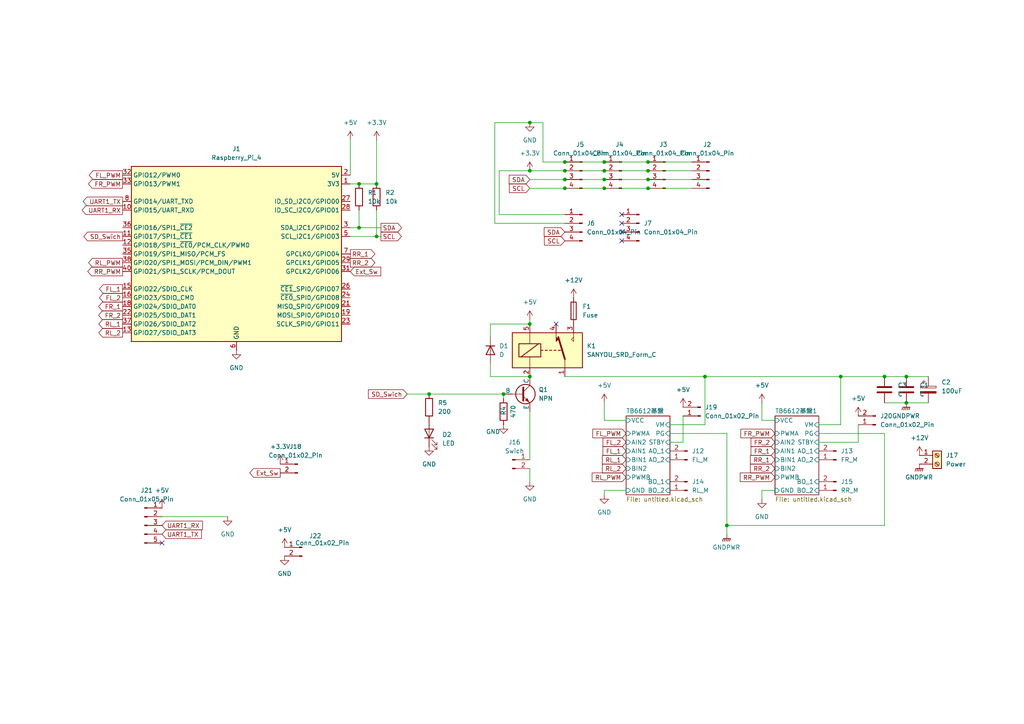
<source format=kicad_sch>
(kicad_sch (version 20250114) (generator "eeschema") (generator_version "9.0")
  (paper "A4")
  (lib_symbols
    (symbol "Connector:Conn_01x02_Pin" (pin_names (offset 1.016) (hide yes))
      (property "Reference" "J" (at 0 2.54 0))
      (property "Value" "Conn_01x02_Pin" (at 0 -5.08 0))
      (symbol "Conn_01x02_Pin_1_1"
        (rectangle (start 0.8636 0.127) (end 0 -0.127) (stroke (width 0.1524)) (fill (type outline)))
        (rectangle (start 0.8636 -2.413) (end 0 -2.667) (stroke (width 0.1524)) (fill (type outline)))
        (polyline (pts (xy 1.27 0) (xy 0.8636 0)) (stroke (width 0.1524)))
        (polyline (pts (xy 1.27 -2.54) (xy 0.8636 -2.54)) (stroke (width 0.1524)))
        (pin passive line (at 5.08 0 180) (length 3.81) (name "Pin_1") (number "1"))
        (pin passive line (at 5.08 -2.54 180) (length 3.81) (name "Pin_2") (number "2"))
      )
    )
    (symbol "Connector:Conn_01x04_Pin" (pin_names (offset 1.016) (hide yes))
      (property "Reference" "J" (at 0 5.08 0))
      (property "Value" "Conn_01x04_Pin" (at 0 -7.62 0))
      (symbol "Conn_01x04_Pin_1_1"
        (rectangle (start 0.8636 2.667) (end 0 2.413) (stroke (width 0.1524)) (fill (type outline)))
        (rectangle (start 0.8636 0.127) (end 0 -0.127) (stroke (width 0.1524)) (fill (type outline)))
        (rectangle (start 0.8636 -2.413) (end 0 -2.667) (stroke (width 0.1524)) (fill (type outline)))
        (rectangle (start 0.8636 -4.953) (end 0 -5.207) (stroke (width 0.1524)) (fill (type outline)))
        (polyline (pts (xy 1.27 2.54) (xy 0.8636 2.54)) (stroke (width 0.1524)))
        (polyline (pts (xy 1.27 0) (xy 0.8636 0)) (stroke (width 0.1524)))
        (polyline (pts (xy 1.27 -2.54) (xy 0.8636 -2.54)) (stroke (width 0.1524)))
        (polyline (pts (xy 1.27 -5.08) (xy 0.8636 -5.08)) (stroke (width 0.1524)))
        (pin passive line (at 5.08 2.54 180) (length 3.81) (name "Pin_1") (number "1"))
        (pin passive line (at 5.08 0 180) (length 3.81) (name "Pin_2") (number "2"))
        (pin passive line (at 5.08 -2.54 180) (length 3.81) (name "Pin_3") (number "3"))
        (pin passive line (at 5.08 -5.08 180) (length 3.81) (name "Pin_4") (number "4"))
      )
    )
    (symbol "Connector:Conn_01x05_Pin" (pin_names (offset 1.016) (hide yes))
      (property "Reference" "J" (at 0 7.62 0))
      (property "Value" "Conn_01x05_Pin" (at 0 -7.62 0))
      (symbol "Conn_01x05_Pin_1_1"
        (rectangle (start 0.8636 5.207) (end 0 4.953) (stroke (width 0.1524)) (fill (type outline)))
        (rectangle (start 0.8636 2.667) (end 0 2.413) (stroke (width 0.1524)) (fill (type outline)))
        (rectangle (start 0.8636 0.127) (end 0 -0.127) (stroke (width 0.1524)) (fill (type outline)))
        (rectangle (start 0.8636 -2.413) (end 0 -2.667) (stroke (width 0.1524)) (fill (type outline)))
        (rectangle (start 0.8636 -4.953) (end 0 -5.207) (stroke (width 0.1524)) (fill (type outline)))
        (polyline (pts (xy 1.27 5.08) (xy 0.8636 5.08)) (stroke (width 0.1524)))
        (polyline (pts (xy 1.27 2.54) (xy 0.8636 2.54)) (stroke (width 0.1524)))
        (polyline (pts (xy 1.27 0) (xy 0.8636 0)) (stroke (width 0.1524)))
        (polyline (pts (xy 1.27 -2.54) (xy 0.8636 -2.54)) (stroke (width 0.1524)))
        (polyline (pts (xy 1.27 -5.08) (xy 0.8636 -5.08)) (stroke (width 0.1524)))
        (pin passive line (at 5.08 5.08 180) (length 3.81) (name "Pin_1") (number "1"))
        (pin passive line (at 5.08 2.54 180) (length 3.81) (name "Pin_2") (number "2"))
        (pin passive line (at 5.08 0 180) (length 3.81) (name "Pin_3") (number "3"))
        (pin passive line (at 5.08 -2.54 180) (length 3.81) (name "Pin_4") (number "4"))
        (pin passive line (at 5.08 -5.08 180) (length 3.81) (name "Pin_5") (number "5"))
      )
    )
    (symbol "Connector:Raspberry_Pi_4"
      (property "Reference" "J" (at -17.526 48.768 0))
      (property "Value" "Raspberry_Pi_4" (at 15.748 -26.416 0))
      (symbol "Raspberry_Pi_4_0_1"
        (rectangle (start -30.48 25.4) (end 30.48 -25.4) (stroke (width 0.254)) (fill (type background)))
      )
      (symbol "Raspberry_Pi_4_1_1"
        (pin bidirectional line (at -33.02 22.86 0) (length 2.54) (name "GPIO12/PWM0") (number "32"))
        (pin bidirectional line (at -33.02 20.32 0) (length 2.54) (name "GPIO13/PWM1") (number "33"))
        (pin bidirectional line (at -33.02 15.24 0) (length 2.54) (name "GPIO14/UART_TXD") (number "8"))
        (pin bidirectional line (at -33.02 12.7 0) (length 2.54) (name "GPIO15/UART_RXD") (number "10"))
        (pin bidirectional line (at -33.02 7.62 0) (length 2.54) (name "GPIO16/SPI1_~{CE2}") (number "36"))
        (pin bidirectional line (at -33.02 5.08 0) (length 2.54) (name "GPIO17/SPI1_~{CE1}") (number "11"))
        (pin bidirectional line (at -33.02 2.54 0) (length 2.54) (name "GPIO18/SPI1_~{CE0}/PCM_CLK/PWM0") (number "12"))
        (pin bidirectional line (at -33.02 0 0) (length 2.54) (name "GPIO19/SPI1_MISO/PCM_FS") (number "35"))
        (pin bidirectional line (at -33.02 -2.54 0) (length 2.54) (name "GPIO20/SPI1_MOSI/PCM_DIN/PWM1") (number "38"))
        (pin bidirectional line (at -33.02 -5.08 0) (length 2.54) (name "GPIO21/SPI1_SCLK/PCM_DOUT") (number "40"))
        (pin bidirectional line (at -33.02 -10.16 0) (length 2.54) (name "GPIO22/SDIO_CLK") (number "15"))
        (pin bidirectional line (at -33.02 -12.7 0) (length 2.54) (name "GPIO23/SDIO_CMD") (number "16"))
        (pin bidirectional line (at -33.02 -15.24 0) (length 2.54) (name "GPIO24/SDIO_DAT0") (number "18"))
        (pin bidirectional line (at -33.02 -17.78 0) (length 2.54) (name "GPIO25/SDIO_DAT1") (number "22"))
        (pin bidirectional line (at -33.02 -20.32 0) (length 2.54) (name "GPIO26/SDIO_DAT2") (number "37"))
        (pin bidirectional line (at -33.02 -22.86 0) (length 2.54) (name "GPIO27/SDIO_DAT3") (number "13"))
        (pin passive line (at 0 -27.94 90) (length 2.54) (hide yes) (name "GND") (number "14"))
        (pin passive line (at 0 -27.94 90) (length 2.54) (hide yes) (name "GND") (number "20"))
        (pin passive line (at 0 -27.94 90) (length 2.54) (hide yes) (name "GND") (number "25"))
        (pin passive line (at 0 -27.94 90) (length 2.54) (hide yes) (name "GND") (number "30"))
        (pin passive line (at 0 -27.94 90) (length 2.54) (hide yes) (name "GND") (number "34"))
        (pin passive line (at 0 -27.94 90) (length 2.54) (hide yes) (name "GND") (number "39"))
        (pin power_out line (at 0 -27.94 90) (length 2.54) (name "GND") (number "6"))
        (pin passive line (at 0 -27.94 90) (length 2.54) (hide yes) (name "GND") (number "9"))
        (pin power_out line (at 33.02 22.86 180) (length 2.54) (name "5V") (number "2"))
        (pin passive line (at 33.02 22.86 180) (length 2.54) (hide yes) (name "5V") (number "4"))
        (pin power_out line (at 33.02 20.32 180) (length 2.54) (name "3V3") (number "1"))
        (pin passive line (at 33.02 20.32 180) (length 2.54) (hide yes) (name "3V3") (number "17"))
        (pin bidirectional line (at 33.02 15.24 180) (length 2.54) (name "ID_SD_I2C0/GPIO00") (number "27"))
        (pin bidirectional line (at 33.02 12.7 180) (length 2.54) (name "ID_SC_I2C0/GPIO01") (number "28"))
        (pin bidirectional line (at 33.02 7.62 180) (length 2.54) (name "SDA_I2C1/GPIO02") (number "3"))
        (pin bidirectional line (at 33.02 5.08 180) (length 2.54) (name "SCL_I2C1/GPIO03") (number "5"))
        (pin bidirectional line (at 33.02 0 180) (length 2.54) (name "GPCLK0/GPIO04") (number "7"))
        (pin bidirectional line (at 33.02 -2.54 180) (length 2.54) (name "GPCLK1/GPIO05") (number "29"))
        (pin bidirectional line (at 33.02 -5.08 180) (length 2.54) (name "GPCLK2/GPIO06") (number "31"))
        (pin bidirectional line (at 33.02 -10.16 180) (length 2.54) (name "~{CE1}_SPI0/GPIO07") (number "26"))
        (pin bidirectional line (at 33.02 -12.7 180) (length 2.54) (name "~{CE0}_SPI0/GPIO08") (number "24"))
        (pin bidirectional line (at 33.02 -15.24 180) (length 2.54) (name "MISO_SPI0/GPIO09") (number "21"))
        (pin bidirectional line (at 33.02 -17.78 180) (length 2.54) (name "MOSI_SPI0/GPIO10") (number "19"))
        (pin bidirectional line (at 33.02 -20.32 180) (length 2.54) (name "SCLK_SPI0/GPIO11") (number "23"))
      )
    )
    (symbol "Connector:Screw_Terminal_01x02" (pin_names (offset 1.016) (hide yes))
      (property "Reference" "J" (at 0 2.54 0))
      (property "Value" "Screw_Terminal_01x02" (at 0 -5.08 0))
      (symbol "Screw_Terminal_01x02_1_1"
        (rectangle (start -1.27 1.27) (end 1.27 -3.81) (stroke (width 0.254)) (fill (type background)))
        (polyline (pts (xy -0.5334 0.3302) (xy 0.3302 -0.508)) (stroke (width 0.1524)))
        (polyline (pts (xy -0.5334 -2.2098) (xy 0.3302 -3.048)) (stroke (width 0.1524)))
        (polyline (pts (xy -0.3556 0.508) (xy 0.508 -0.3302)) (stroke (width 0.1524)))
        (polyline (pts (xy -0.3556 -2.032) (xy 0.508 -2.8702)) (stroke (width 0.1524)))
        (circle (center 0 0) (radius 0.635) (stroke (width 0.1524)))
        (circle (center 0 -2.54) (radius 0.635) (stroke (width 0.1524)))
        (pin passive line (at -5.08 0 0) (length 3.81) (name "Pin_1") (number "1"))
        (pin passive line (at -5.08 -2.54 0) (length 3.81) (name "Pin_2") (number "2"))
      )
    )
    (symbol "Device:C" (pin_numbers (hide yes)) (pin_names (offset 0.254))
      (property "Reference" "C" (at 0.635 2.54 0))
      (property "Value" "C" (at 0.635 -2.54 0))
      (symbol "C_0_1"
        (polyline (pts (xy -2.032 0.762) (xy 2.032 0.762)) (stroke (width 0.508)))
        (polyline (pts (xy -2.032 -0.762) (xy 2.032 -0.762)) (stroke (width 0.508)))
      )
      (symbol "C_1_1"
        (pin passive line (at 0 3.81 270) (length 2.794) (name "~") (number "1"))
        (pin passive line (at 0 -3.81 90) (length 2.794) (name "~") (number "2"))
      )
    )
    (symbol "Device:C_Polarized" (pin_numbers (hide yes)) (pin_names (offset 0.254))
      (property "Reference" "C" (at 0.635 2.54 0))
      (property "Value" "C_Polarized" (at 0.635 -2.54 0))
      (symbol "C_Polarized_0_1"
        (rectangle (start -2.286 0.508) (end 2.286 1.016))
        (polyline (pts (xy -1.778 2.286) (xy -0.762 2.286)))
        (polyline (pts (xy -1.27 2.794) (xy -1.27 1.778)))
        (rectangle (start 2.286 -0.508) (end -2.286 -1.016) (fill (type outline)))
      )
      (symbol "C_Polarized_1_1"
        (pin passive line (at 0 3.81 270) (length 2.794) (name "~") (number "1"))
        (pin passive line (at 0 -3.81 90) (length 2.794) (name "~") (number "2"))
      )
    )
    (symbol "Device:D" (pin_numbers (hide yes)) (pin_names (offset 1.016) (hide yes))
      (property "Reference" "D" (at 0 2.54 0))
      (property "Value" "D" (at 0 -2.54 0))
      (symbol "D_0_1"
        (polyline (pts (xy -1.27 1.27) (xy -1.27 -1.27)) (stroke (width 0.254)))
        (polyline (pts (xy 1.27 1.27) (xy 1.27 -1.27) (xy -1.27 0) (xy 1.27 1.27)) (stroke (width 0.254)))
        (polyline (pts (xy 1.27 0) (xy -1.27 0)))
      )
      (symbol "D_1_1"
        (pin passive line (at -3.81 0 0) (length 2.54) (name "K") (number "1"))
        (pin passive line (at 3.81 0 180) (length 2.54) (name "A") (number "2"))
      )
    )
    (symbol "Device:Fuse" (pin_numbers (hide yes)) (pin_names (offset 0))
      (property "Reference" "F" (at 2.032 0 90))
      (property "Value" "Fuse" (at -1.905 0 90))
      (symbol "Fuse_0_1"
        (rectangle (start -0.762 -2.54) (end 0.762 2.54) (stroke (width 0.254)))
        (polyline (pts (xy 0 2.54) (xy 0 -2.54)))
      )
      (symbol "Fuse_1_1"
        (pin passive line (at 0 3.81 270) (length 1.27) (name "~") (number "1"))
        (pin passive line (at 0 -3.81 90) (length 1.27) (name "~") (number "2"))
      )
    )
    (symbol "Device:LED" (pin_numbers (hide yes)) (pin_names (offset 1.016) (hide yes))
      (property "Reference" "D" (at 0 2.54 0))
      (property "Value" "LED" (at 0 -2.54 0))
      (symbol "LED_0_1"
        (polyline (pts (xy -3.048 -0.762) (xy -4.572 -2.286) (xy -3.81 -2.286) (xy -4.572 -2.286) (xy -4.572 -1.524)))
        (polyline (pts (xy -1.778 -0.762) (xy -3.302 -2.286) (xy -2.54 -2.286) (xy -3.302 -2.286) (xy -3.302 -1.524)))
        (polyline (pts (xy -1.27 0) (xy 1.27 0)))
        (polyline (pts (xy -1.27 -1.27) (xy -1.27 1.27)) (stroke (width 0.254)))
        (polyline (pts (xy 1.27 -1.27) (xy 1.27 1.27) (xy -1.27 0) (xy 1.27 -1.27)) (stroke (width 0.254)))
      )
      (symbol "LED_1_1"
        (pin passive line (at -3.81 0 0) (length 2.54) (name "K") (number "1"))
        (pin passive line (at 3.81 0 180) (length 2.54) (name "A") (number "2"))
      )
    )
    (symbol "Device:R" (pin_numbers (hide yes)) (pin_names (offset 0))
      (property "Reference" "R" (at 2.032 0 90))
      (property "Value" "R" (at 0 0 90))
      (symbol "R_0_1"
        (rectangle (start -1.016 -2.54) (end 1.016 2.54) (stroke (width 0.254)))
      )
      (symbol "R_1_1"
        (pin passive line (at 0 3.81 270) (length 1.27) (name "~") (number "1"))
        (pin passive line (at 0 -3.81 90) (length 1.27) (name "~") (number "2"))
      )
    )
    (symbol "Relay:SANYOU_SRD_Form_C"
      (property "Reference" "K" (at 11.43 3.81 0))
      (property "Value" "SANYOU_SRD_Form_C" (at 11.43 1.27 0))
      (symbol "SANYOU_SRD_Form_C_0_0"
        (polyline (pts (xy 7.62 5.08) (xy 7.62 2.54) (xy 6.985 3.175) (xy 7.62 3.81)))
      )
      (symbol "SANYOU_SRD_Form_C_0_1"
        (rectangle (start -10.16 5.08) (end 10.16 -5.08) (stroke (width 0.254)) (fill (type background)))
        (rectangle (start -8.255 1.905) (end -1.905 -1.905) (stroke (width 0.254)))
        (polyline (pts (xy -7.62 -1.905) (xy -2.54 1.905)) (stroke (width 0.254)))
        (polyline (pts (xy -5.08 5.08) (xy -5.08 1.905)))
        (polyline (pts (xy -5.08 -5.08) (xy -5.08 -1.905)))
        (polyline (pts (xy -1.905 0) (xy -1.27 0)) (stroke (width 0.254)))
        (polyline (pts (xy -0.635 0) (xy 0 0)) (stroke (width 0.254)))
        (polyline (pts (xy 0.635 0) (xy 1.27 0)) (stroke (width 0.254)))
        (polyline (pts (xy 1.905 0) (xy 2.54 0)) (stroke (width 0.254)))
        (polyline (pts (xy 3.175 0) (xy 3.81 0)) (stroke (width 0.254)))
        (polyline (pts (xy 5.08 -2.54) (xy 3.175 3.81)) (stroke (width 0.508)))
        (polyline (pts (xy 5.08 -2.54) (xy 5.08 -5.08)))
      )
      (symbol "SANYOU_SRD_Form_C_1_1"
        (polyline (pts (xy 2.54 3.81) (xy 3.175 3.175) (xy 2.54 2.54) (xy 2.54 5.08)) (fill (type outline)))
        (pin passive line (at -5.08 7.62 270) (length 2.54) (name "~") (number "5"))
        (pin passive line (at -5.08 -7.62 90) (length 2.54) (name "~") (number "2"))
        (pin passive line (at 2.54 7.62 270) (length 2.54) (name "~") (number "4"))
        (pin passive line (at 5.08 -7.62 90) (length 2.54) (name "~") (number "1"))
        (pin passive line (at 7.62 7.62 270) (length 2.54) (name "~") (number "3"))
      )
    )
    (symbol "Simulation_SPICE:NPN" (pin_numbers (hide yes)) (pin_names (offset 0))
      (property "Reference" "Q" (at -2.54 7.62 0))
      (property "Value" "NPN" (at -2.54 5.08 0))
      (symbol "NPN_0_1"
        (polyline (pts (xy -2.54 0) (xy 0.635 0)) (stroke (width 0.1524)))
        (polyline (pts (xy 0.635 1.905) (xy 0.635 -1.905) (xy 0.635 -1.905)) (stroke (width 0.508)))
        (polyline (pts (xy 0.635 0.635) (xy 2.54 2.54)))
        (polyline (pts (xy 0.635 -0.635) (xy 2.54 -2.54) (xy 2.54 -2.54)))
        (circle (center 1.27 0) (radius 2.8194) (stroke (width 0.254)))
        (polyline (pts (xy 1.27 -1.778) (xy 1.778 -1.27) (xy 2.286 -2.286) (xy 1.27 -1.778) (xy 1.27 -1.778)) (fill (type outline)))
        (polyline (pts (xy 2.794 -1.27) (xy 2.794 -1.27)) (stroke (width 0.1524)))
        (polyline (pts (xy 2.794 -1.27) (xy 2.794 -1.27)) (stroke (width 0.1524)))
      )
      (symbol "NPN_1_1"
        (pin input line (at -5.08 0 0) (length 2.54) (name "B") (number "2"))
        (pin open_collector line (at 2.54 5.08 270) (length 2.54) (name "C") (number "1"))
        (pin open_emitter line (at 2.54 -5.08 90) (length 2.54) (name "E") (number "3"))
      )
    )
    (symbol "power:+12V" (power) (pin_numbers (hide yes)) (pin_names (offset 0) (hide yes))
      (property "Value" "+12V" (at 0 3.556 0))
      (symbol "+12V_0_1"
        (polyline (pts (xy -0.762 1.27) (xy 0 2.54)))
        (polyline (pts (xy 0 2.54) (xy 0.762 1.27)))
        (polyline (pts (xy 0 0) (xy 0 2.54)))
      )
      (symbol "+12V_1_1"
        (pin power_in line (at 0 0 90) (length 0) (name "~") (number "1"))
      )
    )
    (symbol "power:+3.3V" (power) (pin_numbers (hide yes)) (pin_names (offset 0) (hide yes))
      (property "Value" "+3.3V" (at 0 3.556 0))
      (symbol "+3.3V_0_1"
        (polyline (pts (xy -0.762 1.27) (xy 0 2.54)))
        (polyline (pts (xy 0 2.54) (xy 0.762 1.27)))
        (polyline (pts (xy 0 0) (xy 0 2.54)))
      )
      (symbol "+3.3V_1_1"
        (pin power_in line (at 0 0 90) (length 0) (name "~") (number "1"))
      )
    )
    (symbol "power:+5V" (power) (pin_numbers (hide yes)) (pin_names (offset 0) (hide yes))
      (property "Value" "+5V" (at 0 3.556 0))
      (symbol "+5V_0_1"
        (polyline (pts (xy -0.762 1.27) (xy 0 2.54)))
        (polyline (pts (xy 0 2.54) (xy 0.762 1.27)))
        (polyline (pts (xy 0 0) (xy 0 2.54)))
      )
      (symbol "+5V_1_1"
        (pin power_in line (at 0 0 90) (length 0) (name "~") (number "1"))
      )
    )
    (symbol "power:GND" (power) (pin_numbers (hide yes)) (pin_names (offset 0) (hide yes))
      (property "Value" "GND" (at 0 -3.81 0))
      (symbol "GND_0_1"
        (polyline (pts (xy 0 0) (xy 0 -1.27) (xy 1.27 -1.27) (xy 0 -2.54) (xy -1.27 -1.27) (xy 0 -1.27)))
      )
      (symbol "GND_1_1"
        (pin power_in line (at 0 0 270) (length 0) (name "~") (number "1"))
      )
    )
    (symbol "power:GNDPWR" (power) (pin_numbers (hide yes)) (pin_names (offset 0) (hide yes))
      (property "Value" "GNDPWR" (at 0 -3.302 0))
      (symbol "GNDPWR_0_1"
        (polyline (pts (xy -1.016 -1.27) (xy -1.27 -2.032) (xy -1.27 -2.032)) (stroke (width 0.2032)))
        (polyline (pts (xy -0.508 -1.27) (xy -0.762 -2.032) (xy -0.762 -2.032)) (stroke (width 0.2032)))
        (polyline (pts (xy 0 -1.27) (xy 0 0)))
        (polyline (pts (xy 0 -1.27) (xy -0.254 -2.032) (xy -0.254 -2.032)) (stroke (width 0.2032)))
        (polyline (pts (xy 0.508 -1.27) (xy 0.254 -2.032) (xy 0.254 -2.032)) (stroke (width 0.2032)))
        (polyline (pts (xy 1.016 -1.27) (xy -1.016 -1.27) (xy -1.016 -1.27)) (stroke (width 0.2032)))
        (polyline (pts (xy 1.016 -1.27) (xy 0.762 -2.032) (xy 0.762 -2.032) (xy 0.762 -2.032)) (stroke (width 0.2032)))
      )
      (symbol "GNDPWR_1_1"
        (pin power_in line (at 0 0 270) (length 0) (name "~") (number "1"))
      )
    )
  )
  (junction (at 153.67 93.98))
  (junction (at 187.96 52.07))
  (junction (at 163.83 52.07))
  (junction (at 163.83 46.99))
  (junction (at 163.83 49.53))
  (junction (at 163.83 54.61))
  (junction (at 109.22 53.34))
  (junction (at 204.47 109.22))
  (junction (at 124.46 114.3))
  (junction (at 256.54 109.22))
  (junction (at 175.26 46.99))
  (junction (at 146.05 114.3))
  (junction (at 187.96 54.61))
  (junction (at 243.84 109.22))
  (junction (at 175.26 54.61))
  (junction (at 109.22 68.58))
  (junction (at 104.14 53.34))
  (junction (at 153.67 109.22))
  (junction (at 187.96 49.53))
  (junction (at 262.89 116.84))
  (junction (at 175.26 49.53))
  (junction (at 175.26 52.07))
  (junction (at 153.67 49.53))
  (junction (at 187.96 46.99))
  (junction (at 153.67 35.56))
  (junction (at 262.89 109.22))
  (junction (at 210.82 152.4))
  (junction (at 104.14 66.04))
  (no_connect (at 180.34 69.85))
  (no_connect (at 46.99 157.48))
  (no_connect (at 180.34 67.31))
  (no_connect (at 180.34 62.23))
  (no_connect (at 161.29 93.98))
  (no_connect (at 180.34 64.77))
  (wire (pts (xy 224.79 142.24) (xy 220.98 142.24)))
  (wire (pts (xy 175.26 121.92) (xy 181.61 121.92)))
  (wire (pts (xy 143.51 35.56) (xy 143.51 64.77)))
  (wire (pts (xy 101.6 40.64) (xy 101.6 50.8)))
  (wire (pts (xy 46.99 149.86) (xy 66.04 149.86)))
  (wire (pts (xy 118.11 114.3) (xy 124.46 114.3)))
  (wire (pts (xy 210.82 152.4) (xy 210.82 154.94)))
  (wire (pts (xy 109.22 60.96) (xy 109.22 68.58)))
  (wire (pts (xy 256.54 152.4) (xy 210.82 152.4)))
  (wire (pts (xy 146.05 114.3) (xy 146.05 115.57)))
  (wire (pts (xy 248.92 123.19) (xy 248.92 128.27)))
  (wire (pts (xy 153.67 139.7) (xy 153.67 135.89)))
  (wire (pts (xy 198.12 120.65) (xy 198.12 128.27)))
  (wire (pts (xy 142.24 105.41) (xy 142.24 109.22)))
  (wire (pts (xy 110.49 68.58) (xy 109.22 68.58)))
  (wire (pts (xy 237.49 125.73) (xy 256.54 125.73)))
  (wire (pts (xy 194.31 123.19) (xy 204.47 123.19)))
  (wire (pts (xy 153.67 92.71) (xy 153.67 93.98)))
  (wire (pts (xy 220.98 121.92) (xy 224.79 121.92)))
  (wire (pts (xy 187.96 46.99) (xy 200.66 46.99)))
  (wire (pts (xy 243.84 109.22) (xy 204.47 109.22)))
  (wire (pts (xy 163.83 52.07) (xy 175.26 52.07)))
  (wire (pts (xy 163.83 62.23) (xy 144.78 62.23)))
  (wire (pts (xy 175.26 142.24) (xy 181.61 142.24)))
  (wire (pts (xy 187.96 52.07) (xy 200.66 52.07)))
  (wire (pts (xy 163.83 54.61) (xy 175.26 54.61)))
  (wire (pts (xy 262.89 109.22) (xy 269.24 109.22)))
  (wire (pts (xy 153.67 52.07) (xy 163.83 52.07)))
  (wire (pts (xy 248.92 128.27) (xy 237.49 128.27)))
  (wire (pts (xy 153.67 49.53) (xy 163.83 49.53)))
  (wire (pts (xy 157.48 46.99) (xy 163.83 46.99)))
  (wire (pts (xy 187.96 54.61) (xy 200.66 54.61)))
  (wire (pts (xy 144.78 49.53) (xy 153.67 49.53)))
  (wire (pts (xy 157.48 35.56) (xy 157.48 46.99)))
  (wire (pts (xy 104.14 53.34) (xy 101.6 53.34)))
  (wire (pts (xy 144.78 62.23) (xy 144.78 49.53)))
  (wire (pts (xy 142.24 97.79) (xy 142.24 93.98)))
  (wire (pts (xy 109.22 68.58) (xy 101.6 68.58)))
  (wire (pts (xy 163.83 46.99) (xy 175.26 46.99)))
  (wire (pts (xy 175.26 116.84) (xy 175.26 121.92)))
  (wire (pts (xy 194.31 125.73) (xy 210.82 125.73)))
  (wire (pts (xy 175.26 46.99) (xy 187.96 46.99)))
  (wire (pts (xy 220.98 116.84) (xy 220.98 121.92)))
  (wire (pts (xy 175.26 52.07) (xy 187.96 52.07)))
  (wire (pts (xy 163.83 49.53) (xy 175.26 49.53)))
  (wire (pts (xy 237.49 123.19) (xy 243.84 123.19)))
  (wire (pts (xy 243.84 109.22) (xy 256.54 109.22)))
  (wire (pts (xy 163.83 109.22) (xy 204.47 109.22)))
  (wire (pts (xy 256.54 116.84) (xy 262.89 116.84)))
  (wire (pts (xy 104.14 66.04) (xy 101.6 66.04)))
  (wire (pts (xy 256.54 109.22) (xy 262.89 109.22)))
  (wire (pts (xy 110.49 66.04) (xy 104.14 66.04)))
  (wire (pts (xy 124.46 114.3) (xy 146.05 114.3)))
  (wire (pts (xy 204.47 109.22) (xy 204.47 123.19)))
  (wire (pts (xy 194.31 128.27) (xy 198.12 128.27)))
  (wire (pts (xy 175.26 143.51) (xy 175.26 142.24)))
  (wire (pts (xy 104.14 60.96) (xy 104.14 66.04)))
  (wire (pts (xy 210.82 125.73) (xy 210.82 152.4)))
  (wire (pts (xy 187.96 49.53) (xy 200.66 49.53)))
  (wire (pts (xy 142.24 93.98) (xy 153.67 93.98)))
  (wire (pts (xy 153.67 35.56) (xy 157.48 35.56)))
  (wire (pts (xy 153.67 119.38) (xy 153.67 133.35)))
  (wire (pts (xy 109.22 40.64) (xy 109.22 53.34)))
  (wire (pts (xy 243.84 123.19) (xy 243.84 109.22)))
  (wire (pts (xy 220.98 142.24) (xy 220.98 144.78)))
  (wire (pts (xy 262.89 116.84) (xy 269.24 116.84)))
  (wire (pts (xy 175.26 54.61) (xy 187.96 54.61)))
  (wire (pts (xy 143.51 64.77) (xy 163.83 64.77)))
  (wire (pts (xy 142.24 109.22) (xy 153.67 109.22)))
  (wire (pts (xy 153.67 35.56) (xy 143.51 35.56)))
  (wire (pts (xy 153.67 54.61) (xy 163.83 54.61)))
  (wire (pts (xy 256.54 125.73) (xy 256.54 152.4)))
  (wire (pts (xy 175.26 49.53) (xy 187.96 49.53)))
  (wire (pts (xy 109.22 53.34) (xy 104.14 53.34)))
  (global_label "FL_1" (shape output) (at 35.56 83.82 180) (property "Intersheetrefs" "${INTERSHEET_REFS}" (effects (hide yes))))
  (global_label "RL_1" (shape output) (at 35.56 93.98 180) (property "Intersheetrefs" "${INTERSHEET_REFS}" (effects (hide yes))))
  (global_label "UART1_TX" (shape input) (at 46.99 154.94 0) (property "Intersheetrefs" "${INTERSHEET_REFS}" (effects (hide yes))))
  (global_label "FR_PWM" (shape input) (at 224.79 125.73 180) (property "Intersheetrefs" "${INTERSHEET_REFS}" (effects (hide yes))))
  (global_label "FL_PWM" (shape input) (at 181.61 125.73 180) (property "Intersheetrefs" "${INTERSHEET_REFS}" (effects (hide yes))))
  (global_label "FL_2" (shape output) (at 35.56 86.36 180) (property "Intersheetrefs" "${INTERSHEET_REFS}" (effects (hide yes))))
  (global_label "FR_1" (shape input) (at 224.79 130.81 180) (property "Intersheetrefs" "${INTERSHEET_REFS}" (effects (hide yes))))
  (global_label "FR_1" (shape output) (at 35.56 88.9 180) (property "Intersheetrefs" "${INTERSHEET_REFS}" (effects (hide yes))))
  (global_label "RR_2" (shape output) (at 101.6 76.2 0) (property "Intersheetrefs" "${INTERSHEET_REFS}" (effects (hide yes))))
  (global_label "RL_PWM" (shape output) (at 35.56 76.2 180) (property "Intersheetrefs" "${INTERSHEET_REFS}" (effects (hide yes))))
  (global_label "UART1_RX" (shape input) (at 46.99 152.4 0) (property "Intersheetrefs" "${INTERSHEET_REFS}" (effects (hide yes))))
  (global_label "SD_Swich" (shape output) (at 35.56 68.58 180) (property "Intersheetrefs" "${INTERSHEET_REFS}" (effects (hide yes))))
  (global_label "SDA" (shape output) (at 110.49 66.04 0) (property "Intersheetrefs" "${INTERSHEET_REFS}" (effects (hide yes))))
  (global_label "RR_1" (shape input) (at 224.79 133.35 180) (property "Intersheetrefs" "${INTERSHEET_REFS}" (effects (hide yes))))
  (global_label "UART1_RX" (shape output) (at 35.56 60.96 180) (property "Intersheetrefs" "${INTERSHEET_REFS}" (effects (hide yes))))
  (global_label "SCL" (shape input) (at 153.67 54.61 180) (property "Intersheetrefs" "${INTERSHEET_REFS}" (effects (hide yes))))
  (global_label "RL_PWM" (shape input) (at 181.61 138.43 180) (property "Intersheetrefs" "${INTERSHEET_REFS}" (effects (hide yes))))
  (global_label "FR_2" (shape input) (at 224.79 128.27 180) (property "Intersheetrefs" "${INTERSHEET_REFS}" (effects (hide yes))))
  (global_label "Ext_Sw" (shape output) (at 81.28 137.16 180) (property "Intersheetrefs" "${INTERSHEET_REFS}" (effects (hide yes))))
  (global_label "FL_PWM" (shape output) (at 35.56 50.8 180) (property "Intersheetrefs" "${INTERSHEET_REFS}" (effects (hide yes))))
  (global_label "FL_2" (shape input) (at 181.61 128.27 180) (property "Intersheetrefs" "${INTERSHEET_REFS}" (effects (hide yes))))
  (global_label "SDA" (shape input) (at 153.67 52.07 180) (property "Intersheetrefs" "${INTERSHEET_REFS}" (effects (hide yes))))
  (global_label "SCL" (shape input) (at 163.83 69.85 180) (property "Intersheetrefs" "${INTERSHEET_REFS}" (effects (hide yes))))
  (global_label "RL_2" (shape input) (at 181.61 135.89 180) (property "Intersheetrefs" "${INTERSHEET_REFS}" (effects (hide yes))))
  (global_label "SCL" (shape output) (at 110.49 68.58 0) (property "Intersheetrefs" "${INTERSHEET_REFS}" (effects (hide yes))))
  (global_label "SD_Swich" (shape input) (at 118.11 114.3 180) (property "Intersheetrefs" "${INTERSHEET_REFS}" (effects (hide yes))))
  (global_label "FR_2" (shape output) (at 35.56 91.44 180) (property "Intersheetrefs" "${INTERSHEET_REFS}" (effects (hide yes))))
  (global_label "RR_1" (shape output) (at 101.6 73.66 0) (property "Intersheetrefs" "${INTERSHEET_REFS}" (effects (hide yes))))
  (global_label "RL_1" (shape input) (at 181.61 133.35 180) (property "Intersheetrefs" "${INTERSHEET_REFS}" (effects (hide yes))))
  (global_label "RR_PWM" (shape output) (at 35.56 78.74 180) (property "Intersheetrefs" "${INTERSHEET_REFS}" (effects (hide yes))))
  (global_label "RR_PWM" (shape input) (at 224.79 138.43 180) (property "Intersheetrefs" "${INTERSHEET_REFS}" (effects (hide yes))))
  (global_label "RL_2" (shape output) (at 35.56 96.52 180) (property "Intersheetrefs" "${INTERSHEET_REFS}" (effects (hide yes))))
  (global_label "Ext_Sw" (shape input) (at 101.6 78.74 0) (property "Intersheetrefs" "${INTERSHEET_REFS}" (effects (hide yes))))
  (global_label "FL_1" (shape input) (at 181.61 130.81 180) (property "Intersheetrefs" "${INTERSHEET_REFS}" (effects (hide yes))))
  (global_label "UART1_TX" (shape output) (at 35.56 58.42 180) (property "Intersheetrefs" "${INTERSHEET_REFS}" (effects (hide yes))))
  (global_label "RR_2" (shape input) (at 224.79 135.89 180) (property "Intersheetrefs" "${INTERSHEET_REFS}" (effects (hide yes))))
  (global_label "SDA" (shape input) (at 163.83 67.31 180) (property "Intersheetrefs" "${INTERSHEET_REFS}" (effects (hide yes))))
  (global_label "FR_PWM" (shape output) (at 35.56 53.34 180) (property "Intersheetrefs" "${INTERSHEET_REFS}" (effects (hide yes))))
  (symbol (lib_id "Connector:Screw_Terminal_01x02") (at 271.78 132.08 0) (unit 1)
    (property "Reference" "J17" (at 274.32 132.0799 0) (effects (justify left)))
    (property "Value" "Power" (at 274.32 134.6199 0) (effects (justify left)))
    (property "Footprint" "TerminalBlock_MetzConnect:TerminalBlock_MetzConnect_Type055_RT01502HDWU_1x02_P5.00mm_Horizontal" (effects (hide yes)))
    (property "Description" "Generic screw terminal, single row, 01x02, script generated (kicad-library-utils/schlib/autogen/connector/)" (effects (hide yes)))
  )
  (symbol (lib_id "power:+5V") (at 198.12 118.11 0) (unit 1)
    (property "Reference" "#PWR017" (effects (hide yes)))
    (property "Value" "+5V" (at 198.12 113.03 0))
    (property "Description" "Power symbol creates a global label with name \"+5V\"" (effects (hide yes)))
  )
  (symbol (lib_id "Relay:SANYOU_SRD_Form_C") (at 158.75 101.6 0) (unit 1)
    (property "Reference" "K1" (at 170.18 100.3299 0) (effects (justify left)))
    (property "Value" "SANYOU_SRD_Form_C" (at 170.18 102.8699 0) (effects (justify left)))
    (property "Footprint" "Relay_THT:Relay_SPDT_SANYOU_SRD_Series_Form_C" (effects (hide yes)))
    (property "Datasheet" "http://www.sanyourelay.ca/public/products/pdf/SRD.pdf" (effects (hide yes)))
    (property "Description" "Sanyo SRD relay, Single Pole Miniature Power Relay," (effects (hide yes)))
  )
  (symbol (lib_id "power:+5V") (at 248.92 120.65 0) (unit 1)
    (property "Reference" "#PWR018" (effects (hide yes)))
    (property "Value" "+5V" (at 248.92 115.57 0))
    (property "Description" "Power symbol creates a global label with name \"+5V\"" (effects (hide yes)))
  )
  (symbol (lib_id "Connector:Conn_01x04_Pin") (at 205.74 49.53 0) (mirror y) (unit 1)
    (property "Reference" "J2" (at 205.105 41.91 0))
    (property "Value" "Conn_01x04_Pin" (at 205.105 44.45 0))
    (property "Footprint" "Connector_JST:JST_XH_B4B-XH-A_1x04_P2.50mm_Vertical" (effects (hide yes)))
    (property "Description" "Generic connector, single row, 01x04, script generated" (effects (hide yes)))
  )
  (symbol (lib_id "Connector:Conn_01x02_Pin") (at 203.2 120.65 180) (unit 1)
    (property "Reference" "J19" (at 204.47 118.1099 0) (effects (justify right)))
    (property "Value" "Conn_01x02_Pin" (at 204.47 120.6499 0) (effects (justify right)))
    (property "Footprint" "Connector_PinHeader_2.54mm:PinHeader_1x02_P2.54mm_Vertical" (effects (hide yes)))
    (property "Description" "Generic connector, single row, 01x02, script generated" (effects (hide yes)))
  )
  (symbol (lib_id "power:+12V") (at 166.37 86.36 0) (unit 1)
    (property "Reference" "#PWR010" (effects (hide yes)))
    (property "Value" "+12V" (at 166.37 81.28 0))
    (property "Description" "Power symbol creates a global label with name \"+12V\"" (effects (hide yes)))
  )
  (symbol (lib_id "Connector:Conn_01x02_Pin") (at 87.63 158.75 0) (mirror y) (unit 1)
    (property "Reference" "J22" (at 91.44 155.448 0))
    (property "Value" "Conn_01x02_Pin" (at 93.472 157.48 0))
    (property "Footprint" "Connector_JST:JST_XH_B2B-XH-A_1x02_P2.50mm_Vertical" (effects (hide yes)))
    (property "Description" "Generic connector, single row, 01x02, script generated" (effects (hide yes)))
  )
  (symbol (lib_id "Device:R") (at 146.05 119.38 180) (unit 1)
    (property "Reference" "R4" (at 146.05 119.126 90))
    (property "Value" "470" (at 148.844 119.38 90))
    (property "Footprint" "Resistor_THT:R_Axial_DIN0204_L3.6mm_D1.6mm_P5.08mm_Horizontal" (effects (hide yes)))
    (property "Description" "Resistor" (effects (hide yes)))
  )
  (symbol (lib_id "Device:R") (at 104.14 57.15 0) (unit 1)
    (property "Reference" "R1" (at 106.68 55.8799 0) (effects (justify left)))
    (property "Value" "10k" (at 106.68 58.4199 0) (effects (justify left)))
    (property "Footprint" "Resistor_THT:R_Axial_DIN0204_L3.6mm_D1.6mm_P5.08mm_Horizontal" (effects (hide yes)))
    (property "Description" "Resistor" (effects (hide yes)))
  )
  (symbol (lib_id "power:GND") (at 68.58 101.6 0) (unit 1)
    (property "Reference" "#PWR03" (effects (hide yes)))
    (property "Value" "GND" (at 68.58 106.68 0))
    (property "Description" "Power symbol creates a global label with name \"GND\" , ground" (effects (hide yes)))
  )
  (symbol (lib_id "power:+5V") (at 82.55 158.75 0) (unit 1)
    (property "Reference" "#PWR024" (effects (hide yes)))
    (property "Value" "+5V" (at 82.55 153.67 0))
    (property "Description" "Power symbol creates a global label with name \"+5V\"" (effects (hide yes)))
  )
  (symbol (lib_id "Device:R") (at 124.46 118.11 0) (unit 1)
    (property "Reference" "R5" (at 127 116.8399 0) (effects (justify left)))
    (property "Value" "200" (at 127 119.3799 0) (effects (justify left)))
    (property "Footprint" "Resistor_THT:R_Axial_DIN0204_L3.6mm_D1.6mm_P5.08mm_Horizontal" (effects (hide yes)))
    (property "Description" "Resistor" (effects (hide yes)))
  )
  (symbol (lib_id "Connector:Conn_01x04_Pin") (at 193.04 49.53 0) (mirror y) (unit 1)
    (property "Reference" "J3" (at 192.405 41.91 0))
    (property "Value" "Conn_01x04_Pin" (at 192.405 44.45 0))
    (property "Footprint" "Connector_JST:JST_XH_B4B-XH-A_1x04_P2.50mm_Vertical" (effects (hide yes)))
    (property "Description" "Generic connector, single row, 01x04, script generated" (effects (hide yes)))
  )
  (symbol (lib_id "power:GND") (at 153.67 35.56 0) (unit 1)
    (property "Reference" "#PWR04" (effects (hide yes)))
    (property "Value" "GND" (at 153.67 40.64 0))
    (property "Description" "Power symbol creates a global label with name \"GND\" , ground" (effects (hide yes)))
  )
  (symbol (lib_id "power:+3.3V") (at 81.28 134.62 0) (unit 1)
    (property "Reference" "#PWR016" (effects (hide yes)))
    (property "Value" "+3.3V" (at 81.28 129.54 0))
    (property "Description" "Power symbol creates a global label with name \"+3.3V\"" (effects (hide yes)))
  )
  (symbol (lib_id "Connector:Conn_01x05_Pin") (at 41.91 152.4 0) (unit 1)
    (property "Reference" "J21" (at 42.545 142.24 0))
    (property "Value" "Conn_01x05_Pin" (at 42.545 144.78 0))
    (property "Footprint" "Connector_PinHeader_2.54mm:PinHeader_1x05_P2.54mm_Vertical" (effects (hide yes)))
    (property "Description" "Generic connector, single row, 01x05, script generated" (effects (hide yes)))
  )
  (symbol (lib_id "power:+5V") (at 175.26 116.84 0) (unit 1)
    (property "Reference" "#PWR06" (effects (hide yes)))
    (property "Value" "+5V" (at 175.26 111.76 0))
    (property "Description" "Power symbol creates a global label with name \"+5V\"" (effects (hide yes)))
  )
  (symbol (lib_id "Device:LED") (at 124.46 125.73 90) (unit 1)
    (property "Reference" "D2" (at 128.27 126.0474 90) (effects (justify right)))
    (property "Value" "LED" (at 128.27 128.5874 90) (effects (justify right)))
    (property "Footprint" "LED_THT:LED_D5.0mm" (effects (hide yes)))
    (property "Description" "Light emitting diode" (effects (hide yes)))
    (property "Sim.Pins" "1=K 2=A" (effects (hide yes)))
  )
  (symbol (lib_id "power:GND") (at 124.46 129.54 0) (unit 1)
    (property "Reference" "#PWR014" (effects (hide yes)))
    (property "Value" "GND" (at 124.46 134.62 0))
    (property "Description" "Power symbol creates a global label with name \"GND\" , ground" (effects (hide yes)))
  )
  (symbol (lib_id "power:+3.3V") (at 109.22 40.64 0) (unit 1)
    (property "Reference" "#PWR02" (effects (hide yes)))
    (property "Value" "+3.3V" (at 109.22 35.56 0))
    (property "Description" "Power symbol creates a global label with name \"+3.3V\"" (effects (hide yes)))
  )
  (symbol (lib_id "power:GND") (at 175.26 143.51 0) (unit 1)
    (property "Reference" "#PWR08" (effects (hide yes)))
    (property "Value" "GND" (at 175.26 148.59 0))
    (property "Description" "Power symbol creates a global label with name \"GND\" , ground" (effects (hide yes)))
  )
  (symbol (lib_id "Device:Fuse") (at 166.37 90.17 0) (unit 1)
    (property "Reference" "F1" (at 168.91 88.8999 0) (effects (justify left)))
    (property "Value" "Fuse" (at 168.91 91.4399 0) (effects (justify left)))
    (property "Footprint" "Fuse:Fuseholder_Blade_ATO_Littelfuse_Pudenz_2_Pin" (effects (hide yes)))
    (property "Description" "Fuse" (effects (hide yes)))
  )
  (symbol (lib_id "Device:R") (at 109.22 57.15 0) (unit 1)
    (property "Reference" "R2" (at 111.76 55.8799 0) (effects (justify left)))
    (property "Value" "10k" (at 111.76 58.4199 0) (effects (justify left)))
    (property "Footprint" "Resistor_THT:R_Axial_DIN0204_L3.6mm_D1.6mm_P5.08mm_Horizontal" (effects (hide yes)))
    (property "Description" "Resistor" (effects (hide yes)))
  )
  (symbol (lib_id "Connector:Conn_01x04_Pin") (at 180.34 49.53 0) (mirror y) (unit 1)
    (property "Reference" "J4" (at 179.705 41.91 0))
    (property "Value" "Conn_01x04_Pin" (at 179.705 44.45 0))
    (property "Footprint" "Connector_JST:JST_XH_B4B-XH-A_1x04_P2.50mm_Vertical" (effects (hide yes)))
    (property "Description" "Generic connector, single row, 01x04, script generated" (effects (hide yes)))
  )
  (symbol (lib_id "Simulation_SPICE:NPN") (at 151.13 114.3 0) (unit 1)
    (property "Reference" "Q1" (at 156.21 113.0299 0) (effects (justify left)))
    (property "Value" "NPN" (at 156.21 115.5699 0) (effects (justify left)))
    (property "Footprint" "Package_TO_SOT_THT:TO-92" (effects (hide yes)))
    (property "Datasheet" "https://ngspice.sourceforge.io/docs/ngspice-html-manual/manual.xhtml#cha_BJTs" (effects (hide yes)))
    (property "Description" "Bipolar transistor symbol for simulation only, substrate tied to the emitter" (effects (hide yes)))
    (property "Sim.Device" "NPN" (effects (hide yes)))
    (property "Sim.Type" "VBIC" (effects (hide yes)))
    (property "Sim.Pins" "2=E 3=B" (effects (hide yes)))
  )
  (symbol (lib_id "Connector:Conn_01x04_Pin") (at 168.91 64.77 0) (mirror y) (unit 1)
    (property "Reference" "J6" (at 170.18 64.7699 0) (effects (justify right)))
    (property "Value" "Conn_01x04_Pin" (at 170.18 67.3099 0) (effects (justify right)))
    (property "Footprint" "Connector_PinSocket_2.54mm:PinSocket_1x04_P2.54mm_Vertical" (effects (hide yes)))
    (property "Description" "Generic connector, single row, 01x04, script generated" (effects (hide yes)))
  )
  (symbol (lib_id "Connector:Conn_01x02_Pin") (at 86.36 134.62 0) (mirror y) (unit 1)
    (property "Reference" "J18" (at 85.725 129.54 0))
    (property "Value" "Conn_01x02_Pin" (at 85.725 132.08 0))
    (property "Footprint" "Connector_JST:JST_XH_B2B-XH-A_1x02_P2.50mm_Vertical" (effects (hide yes)))
    (property "Description" "Generic connector, single row, 01x02, script generated" (effects (hide yes)))
  )
  (symbol (lib_id "power:GND") (at 82.55 161.29 0) (unit 1)
    (property "Reference" "#PWR025" (effects (hide yes)))
    (property "Value" "GND" (at 82.55 166.37 0))
    (property "Description" "Power symbol creates a global label with name \"GND\" , ground" (effects (hide yes)))
  )
  (symbol (lib_id "power:GND") (at 220.98 144.78 0) (unit 1)
    (property "Reference" "#PWR09" (effects (hide yes)))
    (property "Value" "GND" (at 220.98 149.86 0))
    (property "Description" "Power symbol creates a global label with name \"GND\" , ground" (effects (hide yes)))
  )
  (symbol (lib_id "Connector:Raspberry_Pi_4") (at 68.58 73.66 0) (unit 1)
    (property "Reference" "J1" (at 68.58 43.18 0))
    (property "Value" "Raspberry_Pi_4" (at 68.58 45.72 0))
    (property "Footprint" "Connector_PinHeader_2.54mm:PinHeader_2x20_P2.54mm_Vertical" (effects (hide yes)))
    (property "Datasheet" "https://datasheets.raspberrypi.com/rpi4/raspberry-pi-4-datasheet.pdf" (effects (hide yes)))
    (property "Description" "Raspberry Pi 4 Model B" (effects (hide yes)))
  )
  (symbol (lib_id "Connector:Conn_01x02_Pin") (at 242.57 142.24 180) (unit 1)
    (property "Reference" "J15" (at 243.84 139.6999 0) (effects (justify right)))
    (property "Value" "RR_M" (at 243.84 142.2399 0) (effects (justify right)))
    (property "Footprint" "Connector_JST:JST_XH_B2B-XH-A_1x02_P2.50mm_Vertical" (effects (hide yes)))
    (property "Description" "Generic connector, single row, 01x02, script generated" (effects (hide yes)))
  )
  (symbol (lib_id "power:GNDPWR") (at 266.7 134.62 0) (unit 1)
    (property "Reference" "#PWR012" (effects (hide yes)))
    (property "Value" "GNDPWR" (at 266.573 138.43 0))
    (property "Description" "Power symbol creates a global label with name \"GNDPWR\" , global ground" (effects (hide yes)))
  )
  (symbol (lib_id "Connector:Conn_01x04_Pin") (at 168.91 49.53 0) (mirror y) (unit 1)
    (property "Reference" "J5" (at 168.275 41.91 0))
    (property "Value" "Conn_01x04_Pin" (at 168.275 44.45 0))
    (property "Footprint" "Connector_JST:JST_XH_B4B-XH-A_1x04_P2.50mm_Vertical" (effects (hide yes)))
    (property "Description" "Generic connector, single row, 01x04, script generated" (effects (hide yes)))
  )
  (symbol (lib_id "Connector:Conn_01x02_Pin") (at 148.59 133.35 0) (unit 1)
    (property "Reference" "J16" (at 149.225 128.27 0))
    (property "Value" "Swich" (at 149.225 130.81 0))
    (property "Footprint" "Connector_JST:JST_XH_B2B-XH-A_1x02_P2.50mm_Vertical" (effects (hide yes)))
    (property "Description" "Generic connector, single row, 01x02, script generated" (effects (hide yes)))
  )
  (symbol (lib_id "Device:D") (at 142.24 101.6 270) (unit 1)
    (property "Reference" "D1" (at 144.78 100.3299 90) (effects (justify left)))
    (property "Value" "D" (at 144.78 102.8699 90) (effects (justify left)))
    (property "Footprint" "Diode_THT:D_DO-15_P5.08mm_Vertical_AnodeUp" (effects (hide yes)))
    (property "Description" "Diode" (effects (hide yes)))
    (property "Sim.Device" "D" (effects (hide yes)))
    (property "Sim.Pins" "1=K 2=A" (effects (hide yes)))
  )
  (symbol (lib_id "Device:C") (at 256.54 113.03 0) (unit 1)
    (property "Reference" "C3" (at 260.35 111.7599 0) (effects (justify left)))
    (property "Value" "C" (at 260.35 114.2999 0) (effects (justify left)))
    (property "Footprint" "Capacitor_THT:C_Disc_D7.0mm_W2.5mm_P5.00mm" (effects (hide yes)))
    (property "Description" "Unpolarized capacitor" (effects (hide yes)))
  )
  (symbol (lib_id "power:GNDPWR") (at 210.82 154.94 0) (unit 1)
    (property "Reference" "#PWR011" (effects (hide yes)))
    (property "Value" "GNDPWR" (at 210.693 158.75 0))
    (property "Description" "Power symbol creates a global label with name \"GNDPWR\" , global ground" (effects (hide yes)))
  )
  (symbol (lib_id "power:+5V") (at 46.99 147.32 0) (unit 1)
    (property "Reference" "#PWR022" (effects (hide yes)))
    (property "Value" "+5V" (at 46.99 142.24 0))
    (property "Description" "Power symbol creates a global label with name \"+5V\"" (effects (hide yes)))
  )
  (symbol (lib_id "power:GNDPWR") (at 262.89 116.84 0) (unit 1)
    (property "Reference" "#PWR021" (effects (hide yes)))
    (property "Value" "GNDPWR" (at 262.763 120.65 0))
    (property "Description" "Power symbol creates a global label with name \"GNDPWR\" , global ground" (effects (hide yes)))
  )
  (symbol (lib_id "Device:C") (at 262.89 113.03 0) (unit 1)
    (property "Reference" "C1" (at 266.7 111.7599 0) (effects (justify left)))
    (property "Value" "C" (at 266.7 114.2999 0) (effects (justify left)))
    (property "Footprint" "Capacitor_THT:C_Disc_D7.0mm_W2.5mm_P5.00mm" (effects (hide yes)))
    (property "Description" "Unpolarized capacitor" (effects (hide yes)))
  )
  (symbol (lib_id "Connector:Conn_01x02_Pin") (at 199.39 142.24 180) (unit 1)
    (property "Reference" "J14" (at 200.66 139.6999 0) (effects (justify right)))
    (property "Value" "RL_M" (at 200.66 142.2399 0) (effects (justify right)))
    (property "Footprint" "Connector_JST:JST_XH_B2B-XH-A_1x02_P2.50mm_Vertical" (effects (hide yes)))
    (property "Description" "Generic connector, single row, 01x02, script generated" (effects (hide yes)))
  )
  (symbol (lib_id "power:+5V") (at 220.98 116.84 0) (unit 1)
    (property "Reference" "#PWR07" (effects (hide yes)))
    (property "Value" "+5V" (at 220.98 111.76 0))
    (property "Description" "Power symbol creates a global label with name \"+5V\"" (effects (hide yes)))
  )
  (symbol (lib_id "Connector:Conn_01x02_Pin") (at 199.39 133.35 180) (unit 1)
    (property "Reference" "J12" (at 200.66 130.8099 0) (effects (justify right)))
    (property "Value" "FL_M" (at 200.66 133.3499 0) (effects (justify right)))
    (property "Footprint" "Connector_JST:JST_XH_B2B-XH-A_1x02_P2.50mm_Vertical" (effects (hide yes)))
    (property "Description" "Generic connector, single row, 01x02, script generated" (effects (hide yes)))
  )
  (symbol (lib_id "power:+3.3V") (at 153.67 49.53 0) (unit 1)
    (property "Reference" "#PWR05" (effects (hide yes)))
    (property "Value" "+3.3V" (at 153.67 44.45 0))
    (property "Description" "Power symbol creates a global label with name \"+3.3V\"" (effects (hide yes)))
  )
  (symbol (lib_id "power:+5V") (at 101.6 40.64 0) (unit 1)
    (property "Reference" "#PWR01" (effects (hide yes)))
    (property "Value" "+5V" (at 101.6 35.56 0))
    (property "Description" "Power symbol creates a global label with name \"+5V\"" (effects (hide yes)))
  )
  (symbol (lib_id "power:GND") (at 146.05 123.19 0) (unit 1)
    (property "Reference" "#PWR019" (effects (hide yes)))
    (property "Value" "GND" (at 143.002 125.222 0))
    (property "Description" "Power symbol creates a global label with name \"GND\" , ground" (effects (hide yes)))
  )
  (symbol (lib_id "power:+5V") (at 153.67 92.71 0) (unit 1)
    (property "Reference" "#PWR015" (effects (hide yes)))
    (property "Value" "+5V" (at 153.67 87.63 0))
    (property "Description" "Power symbol creates a global label with name \"+5V\"" (effects (hide yes)))
  )
  (symbol (lib_id "power:GND") (at 153.67 139.7 0) (unit 1)
    (property "Reference" "#PWR020" (effects (hide yes)))
    (property "Value" "GND" (at 153.67 144.78 0))
    (property "Description" "Power symbol creates a global label with name \"GND\" , ground" (effects (hide yes)))
  )
  (symbol (lib_id "Connector:Conn_01x02_Pin") (at 254 123.19 180) (unit 1)
    (property "Reference" "J20" (at 255.27 120.6499 0) (effects (justify right)))
    (property "Value" "Conn_01x02_Pin" (at 255.27 123.1899 0) (effects (justify right)))
    (property "Footprint" "Connector_PinHeader_2.54mm:PinHeader_1x02_P2.54mm_Vertical" (effects (hide yes)))
    (property "Description" "Generic connector, single row, 01x02, script generated" (effects (hide yes)))
  )
  (symbol (lib_id "Connector:Conn_01x04_Pin") (at 185.42 64.77 0) (mirror y) (unit 1)
    (property "Reference" "J7" (at 186.69 64.7699 0) (effects (justify right)))
    (property "Value" "Conn_01x04_Pin" (at 186.69 67.3099 0) (effects (justify right)))
    (property "Footprint" "Connector_PinSocket_2.54mm:PinSocket_1x04_P2.54mm_Vertical" (effects (hide yes)))
    (property "Description" "Generic connector, single row, 01x04, script generated" (effects (hide yes)))
  )
  (symbol (lib_id "power:GND") (at 66.04 149.86 0) (unit 1)
    (property "Reference" "#PWR023" (effects (hide yes)))
    (property "Value" "GND" (at 66.04 154.94 0))
    (property "Description" "Power symbol creates a global label with name \"GND\" , ground" (effects (hide yes)))
  )
  (symbol (lib_id "Device:C_Polarized") (at 269.24 113.03 0) (unit 1)
    (property "Reference" "C2" (at 273.05 110.8709 0) (effects (justify left)))
    (property "Value" "100uF" (at 273.05 113.4109 0) (effects (justify left)))
    (property "Footprint" "Capacitor_THT:CP_Radial_D12.5mm_P5.00mm" (effects (hide yes)))
    (property "Description" "Polarized capacitor" (effects (hide yes)))
  )
  (symbol (lib_id "Connector:Conn_01x02_Pin") (at 242.57 133.35 180) (unit 1)
    (property "Reference" "J13" (at 243.84 130.8099 0) (effects (justify right)))
    (property "Value" "FR_M" (at 243.84 133.3499 0) (effects (justify right)))
    (property "Footprint" "Connector_JST:JST_XH_B2B-XH-A_1x02_P2.50mm_Vertical" (effects (hide yes)))
    (property "Description" "Generic connector, single row, 01x02, script generated" (effects (hide yes)))
  )
  (symbol (lib_id "power:+12V") (at 266.7 132.08 0) (unit 1)
    (property "Reference" "#PWR013" (effects (hide yes)))
    (property "Value" "+12V" (at 266.7 127 0))
    (property "Description" "Power symbol creates a global label with name \"+12V\"" (effects (hide yes)))
  )
  (sheet (at 224.79 120.65) (size 12.7 22.86) (stroke (width 0.1524))
    (property "Sheetname" "TB6612基盤1" (at 224.79 119.9384 0) (effects (justify left bottom)))
    (property "Sheetfile" "untitled.kicad_sch" (at 224.79 144.0946 0) (effects (justify left top)))
    (pin "AIN2" input (at 224.79 128.27 180))
    (pin "AIN1" input (at 224.79 130.81 180))
    (pin "BIN1" input (at 224.79 133.35 180))
    (pin "BIN2" input (at 224.79 135.89 180))
    (pin "GND" input (at 224.79 142.24 180))
    (pin "VM" input (at 237.49 123.19 0))
    (pin "PWMA" input (at 224.79 125.73 180))
    (pin "PWMB" input (at 224.79 138.43 180))
    (pin "PG" input (at 237.49 125.73 0))
    (pin "VCC" input (at 224.79 121.92 180))
    (pin "AO_2" input (at 237.49 133.35 0))
    (pin "BO_1" input (at 237.49 139.7 0))
    (pin "BO_2" input (at 237.49 142.24 0))
    (pin "AO_1" input (at 237.49 130.81 0))
    (pin "STBY" input (at 237.49 128.27 0))
  )
  (sheet (at 181.61 120.65) (size 12.7 22.86) (stroke (width 0.1524))
    (property "Sheetname" "TB6612基盤" (at 181.61 119.9384 0) (effects (justify left bottom)))
    (property "Sheetfile" "untitled.kicad_sch" (at 181.61 144.0946 0) (effects (justify left top)))
    (pin "AIN2" input (at 181.61 128.27 180))
    (pin "AIN1" input (at 181.61 130.81 180))
    (pin "BIN1" input (at 181.61 133.35 180))
    (pin "BIN2" input (at 181.61 135.89 180))
    (pin "GND" input (at 181.61 142.24 180))
    (pin "VM" input (at 194.31 123.19 0))
    (pin "PWMA" input (at 181.61 125.73 180))
    (pin "PWMB" input (at 181.61 138.43 180))
    (pin "PG" input (at 194.31 125.73 0))
    (pin "VCC" input (at 181.61 121.92 180))
    (pin "AO_2" input (at 194.31 133.35 0))
    (pin "BO_1" input (at 194.31 139.7 0))
    (pin "BO_2" input (at 194.31 142.24 0))
    (pin "AO_1" input (at 194.31 130.81 0))
    (pin "STBY" input (at 194.31 128.27 0))
  )
)
</source>
